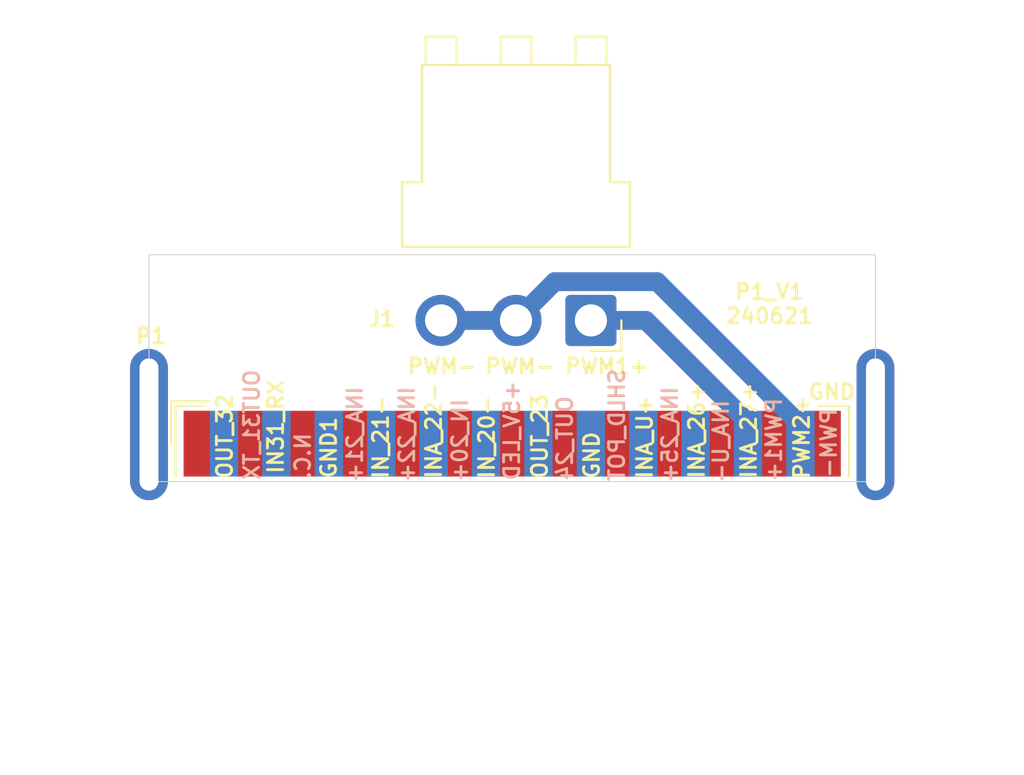
<source format=kicad_pcb>
(kicad_pcb (version 20221018) (generator pcbnew)
  (layers (0 "F.Cu" signal) (31 "B.Cu" signal) (34 "B.Paste" user) (35 "F.Paste" user) (36 "B.SilkS" user "B.Silkscreen") (37 "F.SilkS" user "F.Silkscreen") (38 "B.Mask" user) (39 "F.Mask" user) (44 "Edge.Cuts" user))
  (net 0 "")
  (net 1 "/OUT_32")
  (net 2 "/TX(OUT_31)")
  (net 3 "/(IN_31)_RX")
  (net 4 "/N.C.")
  (net 5 "/GND1(RX{slash}TX&OUT_32)")
  (net 6 "/IN_21+")
  (net 7 "/IN_21-")
  (net 8 "/INA_22+")
  (net 9 "/INA_22-")
  (net 10 "/IN_20+")
  (net 11 "/IN_20-")
  (net 12 "/+5V_LED")
  (net 13 "/OUT_23")
  (net 14 "/OUT_24")
  (net 15 "/GND(OUT_23&24)")
  (net 16 "/SHIELD_POT")
  (net 17 "/INA_U+")
  (net 18 "/(AUX)INA_25+")
  (net 19 "/INA_26+")
  (net 20 "/INA_U-")
  (net 21 "/INA_27+")
  (net 22 "/PWM1+")
  (net 23 "/(AUX)PWM2+")
  (net 24 "/PWM-")
  (net 25 "/GND1")
  (footprint "Connector_JST:JST_VH_B3PS-VH_1x03_P3.96mm_Horizontal" (layer "F.Cu") (at 129.06 81.775 180)
    (fp_text reference "J1" (at 11.06 0.075) (layer "F.SilkS") (effects (font (size 0.8 0.8))))
    (fp_text value "Conn_01x03_Pin")
    (fp_line (start -2.06 3.89) (end 9.98 3.89) (stroke (width 0.12)) (layer "F.SilkS"))
    (fp_line (start -2.06 7.31) (end -2.06 3.89) (stroke (width 0.12)) (layer "F.SilkS"))
    (fp_line (start -1.61 -1.61) (end -1.61 0) (stroke (width 0.12)) (layer "F.SilkS"))
    (fp_line (start -1.01 7.31) (end -2.06 7.31) (stroke (width 0.12)) (layer "F.SilkS"))
    (fp_line (start -1.01 13.51) (end -1.01 7.31) (stroke (width 0.12)) (layer "F.SilkS"))
    (fp_line (start -0.82 13.51) (end -0.82 15.01) (stroke (width 0.12)) (layer "F.SilkS"))
    (fp_line (start -0.82 15.01) (end 0.82 15.01) (stroke (width 0.12)) (layer "F.SilkS"))
    (fp_line (start 0 -1.61) (end -1.61 -1.61) (stroke (width 0.12)) (layer "F.SilkS"))
    (fp_line (start 0.82 15.01) (end 0.82 13.51) (stroke (width 0.12)) (layer "F.SilkS"))
    (fp_line (start 3.14 13.51) (end 3.14 15.01) (stroke (width 0.12)) (layer "F.SilkS"))
    (fp_line (start 3.14 15.01) (end 4.78 15.01) (stroke (width 0.12)) (layer "F.SilkS"))
    (fp_line (start 4.78 15.01) (end 4.78 13.51) (stroke (width 0.12)) (layer "F.SilkS"))
    (fp_line (start 7.1 13.51) (end 7.1 15.01) (stroke (width 0.12)) (layer "F.SilkS"))
    (fp_line (start 7.1 15.01) (end 8.74 15.01) (stroke (width 0.12)) (layer "F.SilkS"))
    (fp_line (start 8.74 15.01) (end 8.74 13.51) (stroke (width 0.12)) (layer "F.SilkS"))
    (fp_line (start 8.93 7.31) (end 8.93 13.51) (stroke (width 0.12)) (layer "F.SilkS"))
    (fp_line (start 8.93 13.51) (end -1.01 13.51) (stroke (width 0.12)) (layer "F.SilkS"))
    (fp_line (start 9.98 3.89) (end 9.98 7.31) (stroke (width 0.12)) (layer "F.SilkS"))
    (fp_line (start 9.98 7.31) (end 8.93 7.31) (stroke (width 0.12)) (layer "F.SilkS"))
    (pad "1" thru_hole roundrect (at 0 0 180) (size 2.7 2.7) (drill 1.7) (layers "*.Cu" "*.Mask") (roundrect_rratio 0.092593) (net 22 "/PWM1+"))
    (pad "2" thru_hole circle (at 3.96 0 180) (size 2.7 2.7) (drill 1.7) (layers "*.Cu" "*.Mask") (net 24 "/PWM-"))
    (pad "3" thru_hole circle (at 7.92 0 180) (size 2.7 2.7) (drill 1.7) (layers "*.Cu" "*.Mask") (net 24 "/PWM-"))
  )
  (footprint "Connector_Dsub:DSUB-25_Male_EdgeMount_P2.77mm_1" (layer "F.Cu") (at 124.9 88.2925)
    (fp_text reference "P1" (at -19.1 -5.6925) (layer "F.SilkS") (effects (font (size 0.8 0.8))))
    (fp_text value "DB25_Male")
    (fp_line (start -18.043333 -2.24) (end -16 -2.24) (stroke (width 0.12)) (layer "F.SilkS"))
    (fp_line (start -18.043333 0) (end -18.043333 -2.24) (stroke (width 0.12)) (layer "F.SilkS"))
    (fp_line (start -17.803333 -2) (end -17.803333 1.74) (stroke (width 0.12)) (layer "F.SilkS"))
    (fp_line (start -16.3 -2) (end -17.803333 -2) (stroke (width 0.12)) (layer "F.SilkS"))
    (fp_line (start 17.803333 -2) (end 16.2 -2) (stroke (width 0.12)) (layer "F.SilkS"))
    (fp_line (start 17.803333 1.74) (end 17.803333 -2) (stroke (width 0.12)) (layer "F.SilkS"))
    (pad "0" thru_hole oval (at -19.2 -1.01) (size 2 8) (drill oval 1 7) (layers "*.Cu" "*.Mask"))
    (pad "0" thru_hole oval (at 19.2 -1.01) (size 2 8) (drill oval 1 7) (layers "*.Cu" "*.Mask"))
    (pad "1" smd rect (at -16.62 0) (size 1.5 3.48) (layers "F.Cu" "F.Paste" "F.Mask") (net 1 "/OUT_32"))
    (pad "2" smd rect (at -13.85 0) (size 1.5 3.48) (layers "F.Cu" "F.Paste" "F.Mask") (net 3 "/(IN_31)_RX"))
    (pad "3" smd rect (at -11.08 0) (size 1.5 3.48) (layers "F.Cu" "F.Paste" "F.Mask") (net 5 "/GND1(RX{slash}TX&OUT_32)"))
    (pad "4" smd rect (at -8.31 0) (size 1.5 3.48) (layers "F.Cu" "F.Paste" "F.Mask") (net 7 "/IN_21-"))
    (pad "5" smd rect (at -5.54 0) (size 1.5 3.48) (layers "F.Cu" "F.Paste" "F.Mask") (net 9 "/INA_22-"))
    (pad "6" smd rect (at -2.77 0) (size 1.5 3.48) (layers "F.Cu" "F.Paste" "F.Mask") (net 11 "/IN_20-"))
    (pad "7" smd rect (at 0 0) (size 1.5 3.48) (layers "F.Cu" "F.Paste" "F.Mask") (net 13 "/OUT_23"))
    (pad "8" smd rect (at 2.77 0) (size 1.5 3.48) (layers "F.Cu" "F.Paste" "F.Mask") (net 15 "/GND(OUT_23&24)"))
    (pad "9" smd rect (at 5.54 0) (size 1.5 3.48) (layers "F.Cu" "F.Paste" "F.Mask") (net 17 "/INA_U+"))
    (pad "10" smd rect (at 8.31 0) (size 1.5 3.48) (layers "F.Cu" "F.Paste" "F.Mask") (net 19 "/INA_26+"))
    (pad "11" smd rect (at 11.08 0) (size 1.5 3.48) (layers "F.Cu" "F.Paste" "F.Mask") (net 21 "/INA_27+"))
    (pad "12" smd rect (at 13.85 0) (size 1.5 3.48) (layers "F.Cu" "F.Paste" "F.Mask") (net 23 "/(AUX)PWM2+"))
    (pad "13" smd rect (at 16.62 0) (size 1.5 3.48) (layers "F.Cu" "F.Paste" "F.Mask") (net 25 "/GND1"))
    (pad "14" smd rect (at -15.235 0) (size 1.5 3.48) (layers "B.Cu" "B.Paste" "B.Mask") (net 2 "/TX(OUT_31)"))
    (pad "15" smd rect (at -12.465 0) (size 1.5 3.48) (layers "B.Cu" "B.Paste" "B.Mask") (net 4 "/N.C."))
    (pad "16" smd rect (at -9.695 0) (size 1.5 3.48) (layers "B.Cu" "B.Paste" "B.Mask") (net 6 "/IN_21+"))
    (pad "17" smd rect (at -6.925 0) (size 1.5 3.48) (layers "B.Cu" "B.Paste" "B.Mask") (net 8 "/INA_22+"))
    (pad "18" smd rect (at -4.155 0) (size 1.5 3.48) (layers "B.Cu" "B.Paste" "B.Mask") (net 10 "/IN_20+"))
    (pad "19" smd rect (at -1.385 0) (size 1.5 3.48) (layers "B.Cu" "B.Paste" "B.Mask") (net 12 "/+5V_LED"))
    (pad "20" smd rect (at 1.385 0) (size 1.5 3.48) (layers "B.Cu" "B.Paste" "B.Mask") (net 14 "/OUT_24"))
    (pad "21" smd rect (at 4.155 0) (size 1.5 3.48) (layers "B.Cu" "B.Paste" "B.Mask") (net 16 "/SHIELD_POT"))
    (pad "22" smd rect (at 6.925 0) (size 1.5 3.48) (layers "B.Cu" "B.Paste" "B.Mask") (net 18 "/(AUX)INA_25+"))
    (pad "23" smd rect (at 9.695 0) (size 1.5 3.48) (layers "B.Cu" "B.Paste" "B.Mask") (net 20 "/INA_U-"))
    (pad "24" smd rect (at 12.465 0) (size 1.5 3.48) (layers "B.Cu" "B.Paste" "B.Mask") (net 22 "/PWM1+"))
    (pad "25" smd rect (at 15.235 0) (size 1.5 3.48) (layers "B.Cu" "B.Paste" "B.Mask") (net 24 "/PWM-"))
  )
  (gr_rect (start 105.7 78.3) (end 144.1 90.3) (stroke (width 0.05)) (fill none) (layer "Edge.Cuts"))
  (gr_text "IN_20+" (at 122.6 85.85 90) (layer "B.SilkS") (effects (font (size 0.8 0.8) (thickness 0.15) bold) (justify left bottom mirror)))
  (gr_text "INA_21+" (at 117.05 85.2 90) (layer "B.SilkS") (effects (font (size 0.8 0.8) (thickness 0.15) bold) (justify left bottom mirror)))
  (gr_text "N.C." (at 114.3 87.65 90) (layer "B.SilkS") (effects (font (size 0.8 0.8) (thickness 0.15) bold) (justify left bottom mirror)))
  (gr_text "INA_25+" (at 133.7 85.2 90) (layer "B.SilkS") (effects (font (size 0.8 0.8) (thickness 0.15) bold) (justify left bottom mirror)))
  (gr_text "OUT_24" (at 128.15 85.7 90) (layer "B.SilkS") (effects (font (size 0.8 0.8) (thickness 0.15) bold) (justify left bottom mirror)))
  (gr_text "SHLD_POT" (at 130.9 84.25 90) (layer "B.SilkS") (effects (font (size 0.8 0.8) (thickness 0.15) bold) (justify left bottom mirror)))
  (gr_text "OUT31_TX" (at 111.6 84.3 90) (layer "B.SilkS") (effects (font (size 0.8 0.8) (thickness 0.15) bold) (justify left bottom mirror)))
  (gr_text "INA_22+" (at 119.8 85.2 90) (layer "B.SilkS") (effects (font (size 0.8 0.8) (thickness 0.15) bold) (justify left bottom mirror)))
  (gr_text "INA_U-" (at 136.4 85.9 90) (layer "B.SilkS") (effects (font (size 0.8 0.8) (thickness 0.15) bold) (justify left bottom mirror)))
  (gr_text "+5V_LED" (at 125.35 84.9 90) (layer "B.SilkS") (effects (font (size 0.8 0.8) (thickness 0.15) bold) (justify left bottom mirror)))
  (gr_text "PWM1+" (at 139.2 85.8 90) (layer "B.SilkS") (effects (font (size 0.8 0.8) (thickness 0.15) bold) (justify left bottom mirror)))
  (gr_text "PWM-" (at 142.1 86.35 90) (layer "B.SilkS") (effects (font (size 0.8 0.8) (thickness 0.15) bold) (justify left bottom mirror)))
  (gr_text "PWM-" (at 121.2 84.2) (layer "F.SilkS") (effects (font (size 0.8 0.8))))
  (gr_text "PWM1+" (at 129.9 84.2) (layer "F.SilkS") (effects (font (size 0.8 0.8))))
  (gr_text "PWM2+" (at 140.2 87.95 90) (layer "F.SilkS") (effects (font (size 0.8 0.8))))
  (gr_text "INA_26+" (at 134.65 87.6 90) (layer "F.SilkS") (effects (font (size 0.8 0.8))))
  (gr_text "OUT_23" (at 126.35 87.9 90) (layer "F.SilkS") (effects (font (size 0.8 0.8))))
  (gr_text "P1_V1\n240621" (at 138.5 80.9) (layer "F.SilkS") (effects (font (size 0.8 0.8))))
  (gr_text "GND" (at 129.1 88.9 90) (layer "F.SilkS") (effects (font (size 0.8 0.8))))
  (gr_text "INA_22-" (at 120.75 87.6 90) (layer "F.SilkS") (effects (font (size 0.8 0.8))))
  (gr_text "INA_27+" (at 137.4 87.6 90) (layer "F.SilkS") (effects (font (size 0.8 0.8))))
  (gr_text "INA_U+" (at 131.9 87.95 90) (layer "F.SilkS") (effects (font (size 0.8 0.8))))
  (gr_text "GND1" (at 115.2 88.5 90) (layer "F.SilkS") (effects (font (size 0.8 0.8))))
  (gr_text "OUT_32" (at 109.7 87.9 90) (layer "F.SilkS") (effects (font (size 0.8 0.8))))
  (gr_text "GND" (at 141.8 85.55) (layer "F.SilkS") (effects (font (size 0.8 0.8))))
  (gr_text "IN_20-" (at 123.55 87.95 90) (layer "F.SilkS") (effects (font (size 0.8 0.8))))
  (gr_text "IN31_RX" (at 112.4 87.4 90) (layer "F.SilkS") (effects (font (size 0.8 0.8))))
  (gr_text "IN_21-" (at 117.95 87.95 90) (layer "F.SilkS") (effects (font (size 0.8 0.8))))
  (gr_text "PWM-" (at 125.3 84.2) (layer "F.SilkS") (effects (font (size 0.8 0.8))))
  (segment (start 137.365 88.2925) (end 137.365 87.1725) (width 1) (layer "B.Cu") (net 22))
  (segment (start 131.9675 81.775) (end 129.06 81.775) (width 1) (layer "B.Cu") (net 22))
  (segment (start 137.365 87.1725) (end 131.9675 81.775) (width 1) (layer "B.Cu") (net 22))
  (segment (start 132.5575 79.725) (end 127.15 79.725) (width 1) (layer "B.Cu") (net 24))
  (segment (start 140.135 88.2925) (end 140.135 87.3025) (width 1) (layer "B.Cu") (net 24))
  (segment (start 140.135 87.3025) (end 132.5575 79.725) (width 1) (layer "B.Cu") (net 24))
  (segment (start 127.15 79.725) (end 125.1 81.775) (width 1) (layer "B.Cu") (net 24))
  (segment (start 125.1 81.775) (end 121.14 81.775) (width 1) (layer "B.Cu") (net 24))
)
</source>
